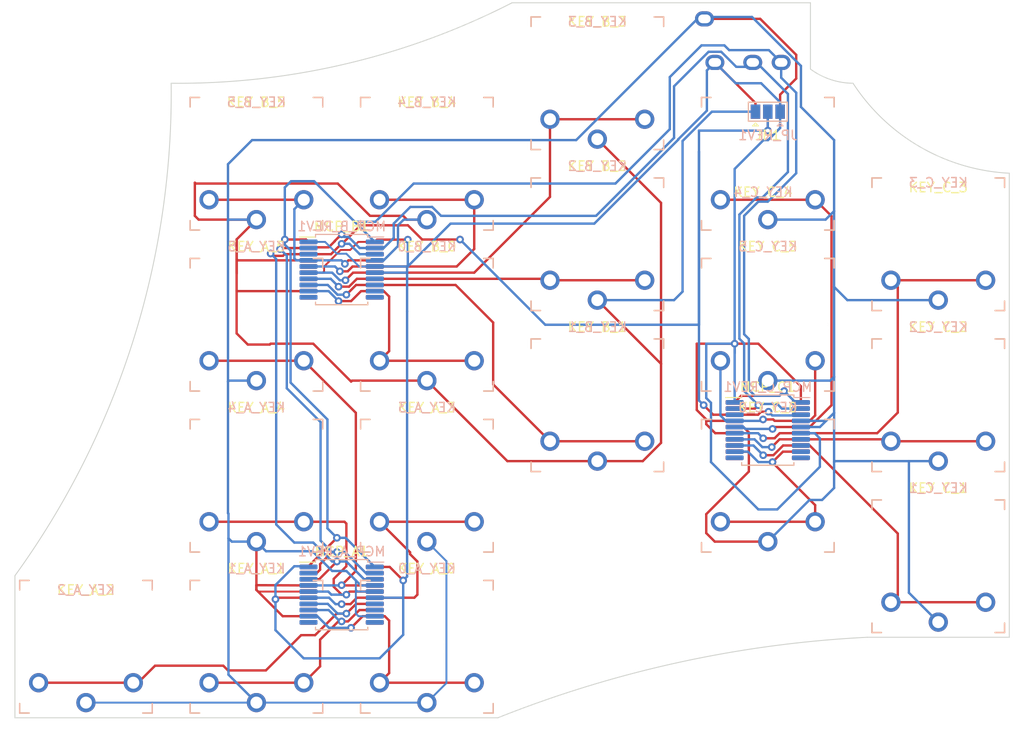
<source format=kicad_pcb>
(kicad_pcb (version 20211014) (generator pcbnew)
  (layers (0 "F.Cu" signal) (31 "B.Cu" signal) (34 "B.Paste" user) (35 "F.Paste" user) (36 "B.SilkS" user "B.Silkscreen") (37 "F.SilkS" user "F.Silkscreen") (38 "B.Mask" user) (39 "F.Mask" user) (44 "Edge.Cuts" user))
  (net 0 "")
  (net 1 "Net-(KEY_A_0-Pad2)")
  (net 2 "Earth")
  (net 3 "Net-(KEY_A_1-Pad2)")
  (net 4 "Net-(KEY_A_2-Pad2)")
  (net 5 "Net-(KEY_A_3-Pad2)")
  (net 6 "Net-(KEY_A_4-Pad2)")
  (net 7 "Net-(KEY_A_5-Pad2)")
  (net 8 "Net-(KEY_B_0-Pad2)")
  (net 9 "Net-(KEY_B_1-Pad2)")
  (net 10 "Net-(KEY_B_2-Pad2)")
  (net 11 "Net-(KEY_B_3-Pad2)")
  (net 12 "Net-(KEY_B_4-Pad2)")
  (net 13 "Net-(KEY_B_5-Pad2)")
  (net 14 "Net-(KEY_C_0-Pad2)")
  (net 15 "Net-(KEY_C_1-Pad2)")
  (net 16 "Net-(KEY_C_2-Pad2)")
  (net 17 "Net-(KEY_C_3-Pad2)")
  (net 18 "Net-(KEY_C_4-Pad2)")
  (net 19 "Net-(KEY_C_5-Pad2)")
  (net 20 "SCL")
  (net 21 "SDA")
  (net 22 "SEL")
  (net 23 "+3V3")
  (footprint "kailh:SW_PG1350_reversible" (layer "F.Cu") (at 77 78.5)
    (fp_text reference "KEY_B_4")
    (fp_text value "Kailh_1u")
  )
  (footprint "kailh:SW_PG1350_reversible" (layer "F.Cu") (at 95 87)
    (fp_text reference "KEY_B_2")
    (fp_text value "Kailh_1u")
  )
  (footprint "kailh:SW_PG1350_reversible" (layer "F.Cu") (at 131 121)
    (fp_text reference "KEY_C_1")
    (fp_text value "Kailh_1u")
  )
  (footprint "kailh:SW_PG1350_reversible" (layer "F.Cu") (at 77 129.5)
    (fp_text reference "KEY_A_0")
    (fp_text value "Kailh_1u")
  )
  (footprint "Jumper:SolderJumper-3_P1.3mm_Open_Pad1.0x1.5mm" (layer "F.Cu") (at 113 73)
    (fp_text reference "JP1")
    (fp_text value "Jumper_3_Open")
  )
  (footprint "kailh:SW_PG1350_reversible" (layer "F.Cu") (at 131 87)
    (fp_text reference "KEY_C_3")
    (fp_text value "Kailh_1u")
  )
  (footprint "kailh:SW_PG1350_reversible" (layer "F.Cu") (at 113 112.5)
    (fp_text reference "KEY_C_0")
    (fp_text value "Kailh_1u")
  )
  (footprint "Package_SO:SSOP-20_5.3x7.2mm_P0.65mm" (layer "F.Cu") (at 112.990417 106.623017)
    (fp_text reference "MCP_C1")
    (fp_text value "MCP23008-xSS")
  )
  (footprint "kailh:SW_PG1350_reversible" (layer "F.Cu") (at 131 104)
    (fp_text reference "KEY_C_2")
    (fp_text value "Kailh_1u")
  )
  (footprint "kailh:SW_PG1350_reversible" (layer "F.Cu") (at 59 95.5)
    (fp_text reference "KEY_A_5")
    (fp_text value "Kailh_1u")
  )
  (footprint "kailh:SW_PG1350_reversible" (layer "F.Cu") (at 95 104)
    (fp_text reference "KEY_B_1")
    (fp_text value "Kailh_1u")
  )
  (footprint "kailh:SW_PG1350_reversible" (layer "F.Cu") (at 113 95.5)
    (fp_text reference "KEY_C_5")
    (fp_text value "Kailh_1u")
  )
  (footprint "PJ-320A:TRRS-PJ-320A-no-Fmask" (layer "F.Cu") (at 117.6125 65.5 -90)
    (fp_text reference "JACK1")
    (fp_text value "AudioJack4")
  )
  (footprint "kailh:SW_PG1350_reversible" (layer "F.Cu") (at 77 95.5)
    (fp_text reference "KEY_B_0")
    (fp_text value "Kailh_1u")
  )
  (footprint "Package_SO:SSOP-20_5.3x7.2mm_P0.65mm" (layer "F.Cu") (at 68 124)
    (fp_text reference "MCP_A1")
    (fp_text value "MCP23008-xSS")
  )
  (footprint "kailh:SW_PG1350_reversible" (layer "F.Cu") (at 77 112.5)
    (fp_text reference "KEY_A_3")
    (fp_text value "Kailh_1u")
  )
  (footprint "kailh:SW_PG1350_reversible" (layer "F.Cu") (at 59 129.5)
    (fp_text reference "KEY_A_1")
    (fp_text value "Kailh_1u")
  )
  (footprint "kailh:SW_PG1350_reversible" (layer "F.Cu") (at 41 129.5)
    (fp_text reference "KEY_A_2")
    (fp_text value "Kailh_1u")
  )
  (footprint "Package_SO:SSOP-20_5.3x7.2mm_P0.65mm" (layer "F.Cu") (at 68 89.675)
    (fp_text reference "MCP_B1")
    (fp_text value "MCP23008-xSS")
  )
  (footprint "kailh:SW_PG1350_reversible" (layer "F.Cu") (at 59 78.5)
    (fp_text reference "KEY_B_5")
    (fp_text value "Kailh_1u")
  )
  (footprint "kailh:SW_PG1350_reversible" (layer "F.Cu") (at 95 70)
    (fp_text reference "KEY_B_3")
    (fp_text value "Kailh_1u")
  )
  (footprint "kailh:SW_PG1350_reversible" (layer "F.Cu") (at 113 78.5)
    (fp_text reference "KEY_C_4")
    (fp_text value "Kailh_1u")
  )
  (footprint "kailh:SW_PG1350_reversible" (layer "F.Cu") (at 59 112.5)
    (fp_text reference "KEY_A_4")
    (fp_text value "Kailh_1u")
  )
  (footprint "Package_SO:SSOP-20_5.3x7.2mm_P0.65mm" (layer "B.Cu") (at 113 106.625 180)
    (fp_text reference "MCP_C_REV1")
    (fp_text value "MCP23008-xSS")
  )
  (footprint "Package_SO:SSOP-20_5.3x7.2mm_P0.65mm" (layer "B.Cu") (at 68 124 180)
    (fp_text reference "MCP_A_REV1")
    (fp_text value "MCP23008-xSS")
  )
  (footprint "Jumper:SolderJumper-3_P1.3mm_Open_Pad1.0x1.5mm" (layer "B.Cu") (at 113 73 180)
    (fp_text reference "JP_REV1")
    (fp_text value "Jumper_3_Open")
  )
  (footprint "Package_SO:SSOP-20_5.3x7.2mm_P0.65mm" (layer "B.Cu") (at 68.001818 89.673515 180)
    (fp_text reference "MCP_B_REV1")
    (fp_text value "MCP23008-xSS")
  )
  (gr_arc (start 122 70) (mid 119.631372 69.605883) (end 117.5 68.5) (layer "Edge.Cuts") (width 0.1))
  (gr_line (start 33.5 137) (end 84.5 137) (layer "Edge.Cuts") (width 0.1))
  (gr_line (start 33.5 122) (end 33.5 137) (layer "Edge.Cuts") (width 0.1))
  (gr_arc (start 86 61.5) (mid 68.516196 67.936235) (end 50 70) (layer "Edge.Cuts") (width 0.1))
  (gr_arc (start 138.5 79.5) (mid 129.10765 76.734081) (end 122 70) (layer "Edge.Cuts") (width 0.1))
  (gr_line (start 123.5 128.5) (end 138.5 128.5) (layer "Edge.Cuts") (width 0.1))
  (gr_arc (start 84.5 137) (mid 103.649654 131.14253) (end 123.5 128.5) (layer "Edge.Cuts") (width 0.1))
  (gr_line (start 86 61.5) (end 117.5 61.5) (layer "Edge.Cuts") (width 0.1))
  (gr_line (start 138.5 79.5) (end 138.5 128.5) (layer "Edge.Cuts") (width 0.1))
  (gr_arc (start 50 70) (mid 45.93655 97.328425) (end 33.5 122) (layer "Edge.Cuts") (width 0.1))
  (gr_line (start 117.5 61.5) (end 117.5 68.5) (layer "Edge.Cuts") (width 0.1))
  (segment (start 68.995142 127.5) (end 69 127.5) (width 0.25) (layer "F.Cu") (net 1))
  (segment (start 69 127.5) (end 70.225 126.275) (width 0.25) (layer "F.Cu") (net 1))
  (segment (start 73.015999 126.739718) (end 73.015999 132.284001) (width 0.25) (layer "F.Cu") (net 1))
  (segment (start 72 133.3) (end 82 133.3) (width 0.25) (layer "F.Cu") (net 1))
  (segment (start 73.015999 132.284001) (end 72 133.3) (width 0.25) (layer "F.Cu") (net 1))
  (segment (start 70.225 126.275) (end 71.5 126.275) (width 0.25) (layer "F.Cu") (net 1))
  (segment (start 71.5 126.275) (end 72.551281 126.275) (width 0.25) (layer "F.Cu") (net 1))
  (segment (start 72.551281 126.275) (end 73.015999 126.739718) (width 0.25) (layer "F.Cu") (net 1))
  (via (at 68.995142 127.5) (size 0.8) (drill 0.4) (layers "F.Cu" "B.Cu") (net 1))
  (segment (start 65.435717 126.275) (end 64.5 126.275) (width 0.25) (layer "B.Cu") (net 1))
  (segment (start 68.995142 127.5) (end 66.660717 127.5) (width 0.25) (layer "B.Cu") (net 1))
  (segment (start 66.660717 127.5) (end 65.435717 126.275) (width 0.25) (layer "B.Cu") (net 1))
  (segment (start 110.898017 108.898017) (end 111 109) (width 0.25) (layer "F.Cu") (net 2))
  (segment (start 69 101.5) (end 69.1 101.4) (width 0.25) (layer "F.Cu") (net 2))
  (segment (start 116 69.5) (end 116 67) (width 0.25) (layer "F.Cu") (net 2))
  (segment (start 114.3 73) (end 114.3 71.2) (width 0.25) (layer "F.Cu") (net 2))
  (segment (start 106.5 115.5) (end 106.5 117.5) (width 0.25) (layer "F.Cu") (net 2))
  (segment (start 59 123.5) (end 59 123) (width 0.25) (layer "F.Cu") (net 2))
  (segment (start 69.1 101.4) (end 77 101.4) (width 0.25) (layer "F.Cu") (net 2))
  (segment (start 116 67) (end 112.2 63.2) (width 0.25) (layer "F.Cu") (net 2))
  (segment (start 71 84) (end 74.5 84) (width 0.25) (layer "F.Cu") (net 2))
  (segment (start 60.410979 97.589021) (end 60.5 97.5) (width 0.25) (layer "F.Cu") (net 2))
  (segment (start 64.5 88.7) (end 57.021958 88.7) (width 0.25) (layer "F.Cu") (net 2))
  (segment (start 56.95 91.95) (end 56.910979 91.910979) (width 0.25) (layer "F.Cu") (net 2))
  (segment (start 109.490417 106.298017) (end 110.426134 106.298017) (width 0.25) (layer "F.Cu") (net 2))
  (segment (start 107.4 118.4) (end 113 118.4) (width 0.25) (layer "F.Cu") (net 2))
  (segment (start 52.5 84) (end 52.5 80.5) (width 0.25) (layer "F.Cu") (net 2))
  (segment (start 99.79577 109.9) (end 101.725421 107.970349) (width 0.25) (layer "F.Cu") (net 2))
  (segment (start 77 101.4) (end 85.5 109.9) (width 0.25) (layer "F.Cu") (net 2))
  (segment (start 59 123) (end 64.5 123.025) (width 0.25) (layer "F.Cu") (net 2))
  (segment (start 111 109) (end 111 111) (width 0.25) (layer "F.Cu") (net 2))
  (segment (start 114.3 71.2) (end 116 69.5) (width 0.25) (layer "F.Cu") (net 2))
  (segment (start 65 97.5) (end 69 101.5) (width 0.25) (layer "F.Cu") (net 2))
  (segment (start 52.589021 80.589021) (end 67.589021 80.589021) (width 0.25) (layer "F.Cu") (net 2))
  (segment (start 74.9 84.4) (end 77 84.4) (width 0.25) (layer "F.Cu") (net 2))
  (segment (start 52.5 80.5) (end 52.589021 80.589021) (width 0.25) (layer "F.Cu") (net 2))
  (segment (start 110.426134 106.298017) (end 111 106.871883) (width 0.25) (layer "F.Cu") (net 2))
  (segment (start 106.5 117.5) (end 107.4 118.4) (width 0.25) (layer "F.Cu") (net 2))
  (segment (start 111 106.871883) (end 111 108.5) (width 0.25) (layer "F.Cu") (net 2))
  (segment (start 57.021958 88.7) (end 56.910979 88.589021) (width 0.25) (layer "F.Cu") (net 2))
  (segment (start 56.910979 86.489021) (end 56.910979 90.089021) (width 0.25) (layer "F.Cu") (net 2))
  (segment (start 61.775 126.275) (end 64.5 126.275) (width 0.25) (layer "F.Cu") (net 2))
  (segment (start 64.5 123.675) (end 59.175 123.675) (width 0.2) (layer "F.Cu") (net 2))
  (segment (start 56.910979 96.410979) (end 58.089021 97.589021) (width 0.25) (layer "F.Cu") (net 2))
  (segment (start 101.725421 99.625421) (end 95 92.9) (width 0.25) (layer "F.Cu") (net 2))
  (segment (start 74.5 84) (end 74.9 84.4) (width 0.25) (layer "F.Cu") (net 2))
  (segment (start 109.490417 108.898017) (end 110.898017 108.898017) (width 0.25) (layer "F.Cu") (net 2))
  (segment (start 59 123.5) (end 59 118.4) (width 0.25) (layer "F.Cu") (net 2))
  (segment (start 112.2 63.2) (end 106.3125 63.2) (width 0.25) (layer "F.Cu") (net 2))
  (segment (start 56.910979 86.489021) (end 56.910979 88.589021) (width 0.25) (layer "F.Cu") (net 2))
  (segment (start 85.5 109.9) (end 95 109.9) (width 0.25) (layer "F.Cu") (net 2))
  (segment (start 67.589021 80.589021) (end 71 84) (width 0.25) (layer "F.Cu") (net 2))
  (segment (start 101.725421 99.625421) (end 101.725421 82.625421) (width 0.25) (layer "F.Cu") (net 2))
  (segment (start 52.9 84.4) (end 52.5 84) (width 0.25) (layer "F.Cu") (net 2))
  (segment (start 64.5 91.95) (end 56.95 91.95) (width 0.25) (layer "F.Cu") (net 2))
  (segment (start 101.725421 82.625421) (end 95 75.9) (width 0.25) (layer "F.Cu") (net 2))
  (segment (start 58.089021 97.589021) (end 60.410979 97.589021) (width 0.25) (layer "F.Cu") (net 2))
  (segment (start 101.725421 107.970349) (end 101.725421 99.625421) (width 0.25) (layer "F.Cu") (net 2))
  (segment (start 60.5 97.5) (end 65 97.5) (width 0.25) (layer "F.Cu") (net 2))
  (segment (start 111 108.324151) (end 111 109) (width 0.25) (layer "F.Cu") (net 2))
  (segment (start 56.910979 88.589021) (end 56.910979 91.910979) (width 0.25) (layer "F.Cu") (net 2))
  (segment (start 56.910979 91.910979) (end 56.910979 96.410979) (width 0.25) (layer "F.Cu") (net 2))
  (segment (start 59 84.4) (end 52.9 84.4) (width 0.25) (layer "F.Cu") (net 2))
  (segment (start 59 84.4) (end 56.910979 86.489021) (width 0.25) (layer "F.Cu") (net 2))
  (segment (start 59 123.5) (end 61.775 126.275) (width 0.25) (layer "F.Cu") (net 2))
  (segment (start 95 109.9) (end 99.79577 109.9) (width 0.25) (layer "F.Cu") (net 2))
  (segment (start 111 111) (end 106.5 115.5) (width 0.25) (layer "F.Cu") (net 2))
  (segment (start 59.175 123.675) (end 59 123.5) (width 0.2) (layer "F.Cu") (net 2))
  (segment (start 119.15 105.65) (end 116.5 105.65) (width 0.25) (layer "B.Cu") (net 2))
  (segment (start 131 126.9) (end 127.9 123.8) (width 0.25) (layer "B.Cu") (net 2))
  (segment (start 59 84.4) (end 56.1 84.4) (width 0.25) (layer "B.Cu") (net 2))
  (segment (start 119.6 101.4) (end 113 101.4) (width 0.25) (layer "B.Cu") (net 2))
  (segment (start 56.05 115.45) (end 56.05 118.05) (width 0.25) (layer "B.Cu") (net 2))
  (segment (start 104 76.097291) (end 104 92) (width 0.25) (layer "B.Cu") (net 2))
  (segment (start 60.015999 119.415999) (end 64.915999 119.415999) (width 0.25) (layer "B.Cu") (net 2))
  (segment (start 119.1 84.4) (end 113 84.4) (width 0.25) (layer "B.Cu") (net 2))
  (segment (start 117.4 114) (end 113 118.4) (width 0.25) (layer "B.Cu") (net 2))
  (segment (start 59 118.4) (end 60.015999 119.415999) (width 0.25) (layer "B.Cu") (net 2))
  (segment (start 127.9 123.8) (end 127.9 109.9) (width 0.25) (layer "B.Cu") (net 2))
  (segment (start 104 92) (end 103.1 92.9) (width 0.25) (layer "B.Cu") (net 2))
  (segment (start 69.5 126) (end 69.5 123.5) (width 0.2) (layer "B.Cu") (net 2))
  (segment (start 56 101.5) (end 56 84.5) (width 0.25) (layer "B.Cu") (net 2))
  (segment (start 59 135.4) (end 77 135.4) (width 0.2) (layer "B.Cu") (net 2))
  (segment (start 74.55 84.4) (end 77 84.4) (width 0.25) (layer "B.Cu") (net 2))
  (segment (start 120 83.5) (end 120 91.5) (width 0.25) (layer "B.Cu") (net 2))
  (segment (start 56.05 118.05) (end 56.05 132.45) (width 0.25) (layer "B.Cu") (net 2))
  (segment (start 92.766992 76) (end 105.566992 63.2) (width 0.25) (layer "B.Cu") (net 2))
  (segment (start 120 76) (end 120 83.5) (width 0.25) (layer "B.Cu") (net 2))
  (segment (start 64.915999 119.415999) (end 67 121.5) (width 0.25) (layer "B.Cu") (net 2))
  (segment (start 56.1 101.4) (end 56 101.5) (width 0.25) (layer "B.Cu") (net 2))
  (segment (start 73.94952 85.00048) (end 74.55 84.4) (width 0.25) (layer "B.Cu") (net 2))
  (segment (start 127.9 109.9) (end 130.5 109.9) (width 0.25) (layer "B.Cu") (net 2))
  (segment (start 71.501818 88.698515) (end 72.437535 88.698515) (width 0.25) (layer "B.Cu") (net 2))
  (segment (start 120 110) (end 120.1 109.9) (width 0.25) (layer "B.Cu") (net 2))
  (segment (start 67 121.5) (end 68.5 121.5) (width 0.25) (layer "B.Cu") (net 2))
  (segment (start 56 115.4) (end 56.05 115.45) (width 0.25) (layer "B.Cu") (net 2))
  (segment (start 103.1 92.9) (end 95 92.9) (width 0.25) (layer "B.Cu") (net 2))
  (segment (start 106.3125 63.2) (end 106.5125 63) (width 0.25) (layer "B.Cu") (net 2))
  (segment (start 56 84.5) (end 56 78.545677) (width 0.25) (layer "B.Cu") (net 2))
  (segment (start 56.05 132.45) (end 59 135.4) (width 0.25) (layer "B.Cu") (net 2))
  (segment (start 77 135.4) (end 79.064021 133.335979) (width 0.2) (layer "B.Cu") (net 2))
  (segment (start 120 83.5) (end 119.1 84.4) (width 0.25) (layer "B.Cu") (net 2))
  (segment (start 73.94952 87.18653) (end 73.94952 85.00048) (width 0.25) (layer "B.Cu") (net 2))
  (segment (start 69.5 123.5) (end 69.5 122.5) (width 0.2) (layer "B.Cu") (net 2))
  (segment (start 79.064021 120.464021) (end 77 118.4) (width 0.2) (layer "B.Cu") (net 2))
  (segment (start 72.437535 88.698515) (end 73.94952 87.18653) (width 0.25) (layer "B.Cu") (net 2))
  (segment (start 56.1 84.4) (end 56 84.5) (width 0.25) (layer "B.Cu") (net 2))
  (segment (start 59 101.4) (end 56.1 101.4) (width 0.25) (layer "B.Cu") (net 2))
  (segment (start 69.775 126.275) (end 69.5 126) (width 0.2) (layer "B.Cu") (net 2))
  (segment (start 118.733008 114) (end 117.4 114) (width 0.25) (layer "B.Cu") (net 2))
  (segment (start 118.5 106.3) (end 119.15 105.65) (width 0.25) (layer "B.Cu") (net 2))
  (segment (start 41 135.4) (end 59 135.4) (width 0.2) (layer "B.Cu") (net 2))
  (segment (start 105.566992 63.2) (end 106.3125 63.2) (width 0.25) (layer "B.Cu") (net 2))
  (segment (start 106.5125 63) (end 111.3321 63) (width 0.25) (layer "B.Cu") (net 2))
  (segment (start 56.4 118.4) (end 56.05 118.05) (width 0.25) (layer "B.Cu") (net 2))
  (segment (start 121.4 92.9) (end 131 92.9) (width 0.25) (layer "B.Cu") (net 2))
  (segment (start 58.545677 76) (end 92.766992 76) (width 0.25) (layer "B.Cu") (net 2))
  (segment (start 71.5 126.275) (end 69.775 126.275) (width 0.2) (layer "B.Cu") (net 2))
  (segment (start 79.064021 133.335979) (end 79.064021 120.464021) (width 0.2) (layer "B.Cu") (net 2))
  (segment (start 111.7 73) (end 107.097291 73) (width 0.25) (layer "B.Cu") (net 2))
  (segment (start 70.025 123.025) (end 71.5 123.025) (width 0.25) (layer "B.Cu") (net 2))
  (segment (start 116.5 106.3) (end 118.5 106.3) (width 0.25) (layer "B.Cu") (net 2))
  (segment (start 116.5 72.5) (end 120 76) (width 0.25) (layer "B.Cu") (net 2))
  (segment (start 120 110) (end 120 112.733008) (width 0.25) (layer "B.Cu") (net 2))
  (segment (start 116.5 68.1679) (end 116.5 72.5) (width 0.25) (layer "B.Cu") (net 2))
  (segment (start 71.5 123.675) (end 69.675 123.675) (width 0.2) (layer "B.Cu") (net 2))
  (segment (start 120 101) (end 120 104.8) (width 0.25) (layer "B.Cu") (net 2))
  (segment (start 56 78.545677) (end 58.545677 76) (width 0.25) (layer "B.Cu") (net 2))
  (segment (start 69.675 123.675) (end 69.5 123.5) (width 0.2) (layer "B.Cu") (net 2))
  (segment (start 120 104.8) (end 119.15 105.65) (width 0.25) (layer "B.Cu") (net 2))
  (segment (start 107.097291 73) (end 104 76.097291) (width 0.25) (layer "B.Cu") (net 2))
  (segment (start 68.5 121.5) (end 69.5 122.5) (width 0.25) (layer "B.Cu") (net 2))
  (segment (start 69.5 122.5) (end 70.025 123.025) (width 0.25) (layer "B.Cu") (net 2))
  (segment (start 120 104.8) (end 120 110) (width 0.25) (layer "B.Cu") (net 2))
  (segment (start 120 91.5) (end 121.4 92.9) (width 0.25) (layer "B.Cu") (net 2))
  (segment (start 111.3321 63) (end 116.5 68.1679) (width 0.25) (layer "B.Cu") (net 2))
  (segment (start 120 101) (end 119.6 101.4) (width 0.25) (layer "B.Cu") (net 2))
  (segment (start 59 118.4) (end 56.4 118.4) (width 0.25) (layer "B.Cu") (net 2))
  (segment (start 120 91.5) (end 120 101) (width 0.25) (layer "B.Cu") (net 2))
  (segment (start 56 101.5) (end 56 115.4) (width 0.25) (layer "B.Cu") (net 2))
  (segment (start 120 112.733008) (end 118.733008 114) (width 0.25) (layer "B.Cu") (net 2))
  (segment (start 120.1 109.9) (end 127.9 109.9) (width 0.25) (layer "B.Cu") (net 2))
  (segment (start 69.875 125.625) (end 71.5 125.625) (width 0.25) (layer "F.Cu") (net 3))
  (segment (start 65.725421 131.574579) (end 64 133.3) (width 0.25) (layer "F.Cu") (net 3))
  (segment (start 67.649886 126.8255) (end 65.725421 128.749965) (width 0.25) (layer "F.Cu") (net 3))
  (segment (start 65.725421 128.749965) (end 65.725421 131.574579) (width 0.25) (layer "F.Cu") (net 3))
  (segment (start 68 126.8255) (end 67.649886 126.8255) (width 0.25) (layer "F.Cu") (net 3))
  (segment (start 68.6745 126.8255) (end 69.875 125.625) (width 0.25) (layer "F.Cu") (net 3))
  (segment (start 68 126.8255) (end 68.6745 126.8255) (width 0.25) (layer "F.Cu") (net 3))
  (segment (start 54 133.3) (end 64 133.3) (width 0.25) (layer "F.Cu") (net 3))
  (via (at 68 126.8255) (size 0.8) (drill 0.4) (layers "F.Cu" "B.Cu") (net 3))
  (segment (start 66.625 125.625) (end 64.5 125.625) (width 0.25) (layer "B.Cu") (net 3))
  (segment (start 67.8255 126.8255) (end 66.625 125.625) (width 0.25) (layer "B.Cu") (net 3))
  (segment (start 68 126.8255) (end 67.8255 126.8255) (width 0.25) (layer "B.Cu") (net 3))
  (segment (start 63.725421 128.274579) (end 60 132) (width 0.25) (layer "F.Cu") (net 4))
  (segment (start 68.5 126) (end 69.525 124.975) (width 0.25) (layer "F.Cu") (net 4))
  (segment (start 56 132) (end 55.5 131.5) (width 0.25) (layer "F.Cu") (net 4))
  (segment (start 55.5 131.5) (end 48.3 131.5) (width 0.25) (layer "F.Cu") (net 4))
  (segment (start 65.200807 128.274579) (end 63.725421 128.274579) (width 0.25) (layer "F.Cu") (net 4))
  (segment (start 60 132) (end 56 132) (width 0.25) (layer "F.Cu") (net 4))
  (segment (start 68.5 126) (end 67.475386 126) (width 0.25) (layer "F.Cu") (net 4))
  (segment (start 46.5 133.3) (end 36.5 133.3) (width 0.25) (layer "F.Cu") (net 4))
  (segment (start 69.525 124.975) (end 71.5 124.975) (width 0.25) (layer "F.Cu") (net 4))
  (segment (start 67.475386 126) (end 65.200807 128.274579) (width 0.25) (layer "F.Cu") (net 4))
  (segment (start 48.3 131.5) (end 46.5 133.3) (width 0.25) (layer "F.Cu") (net 4))
  (via (at 68.5 126) (size 0.8) (drill 0.4) (layers "F.Cu" "B.Cu") (net 4))
  (segment (start 68.5 126) (end 67.565006 126) (width 0.25) (layer "B.Cu") (net 4))
  (segment (start 67.565006 126) (end 66.540006 124.975) (width 0.25) (layer "B.Cu") (net 4))
  (segment (start 66.540006 124.975) (end 64.5 124.975) (width 0.25) (layer "B.Cu") (net 4))
  (segment (start 76 124) (end 75.675 124.325) (width 0.25) (layer "F.Cu") (net 5))
  (segment (start 72 116.3) (end 75.224511 119.524511) (width 0.25) (layer "F.Cu") (net 5))
  (segment (start 72 116.3) (end 82 116.3) (width 0.25) (layer "F.Cu") (net 5))
  (segment (start 76 120.5) (end 76 124) (width 0.25) (layer "F.Cu") (net 5))
  (segment (start 75.224511 119.524511) (end 75.224511 119.724511) (width 0.25) (layer "F.Cu") (net 5))
  (segment (start 68.934994 125) (end 69.609994 124.325) (width 0.25) (layer "F.Cu") (net 5))
  (segment (start 75.675 124.325) (end 71.5 124.325) (width 0.25) (layer "F.Cu") (net 5))
  (segment (start 75.224511 119.724511) (end 76 120.5) (width 0.25) (layer "F.Cu") (net 5))
  (segment (start 68 125) (end 68.934994 125) (width 0.25) (layer "F.Cu") (net 5))
  (segment (start 69.609994 124.325) (end 71.5 124.325) (width 0.25) (layer "F.Cu") (net 5))
  (via (at 68 125) (size 0.8) (drill 0.4) (layers "F.Cu" "B.Cu") (net 5))
  (segment (start 67.35 125) (end 66.675 124.325) (width 0.25) (layer "B.Cu") (net 5))
  (segment (start 68 125) (end 67.35 125) (width 0.25) (layer "B.Cu") (net 5))
  (segment (start 66.675 124.325) (end 64.5 124.325) (width 0.25) (layer "B.Cu") (net 5))
  (segment (start 68.825 123.675) (end 71.5 123.675) (width 0.25) (layer "F.Cu") (net 6))
  (segment (start 68.5 116.5) (end 68.3 116.3) (width 0.25) (layer "F.Cu") (net 6))
  (segment (start 67.164244 122.335756) (end 68.5 121) (width 0.25) (layer "F.Cu") (net 6))
  (segment (start 68.5 124) (end 68 124) (width 0.25) (layer "F.Cu") (net 6))
  (segment (start 68.3 116.3) (end 64 116.3) (width 0.25) (layer "F.Cu") (net 6))
  (segment (start 68.5 124) (end 68.825 123.675) (width 0.25) (layer "F.Cu") (net 6))
  (segment (start 68 124) (end 67.164244 123.164244) (width 0.25) (layer "F.Cu") (net 6))
  (segment (start 68.5 121) (end 68.5 116.5) (width 0.25) (layer "F.Cu") (net 6))
  (segment (start 67.164244 123.164244) (end 67.164244 122.335756) (width 0.25) (layer "F.Cu") (net 6))
  (segment (start 54 116.3) (end 64 116.3) (width 0.25) (layer "F.Cu") (net 6))
  (via (at 68.5 124) (size 0.8) (drill 0.4) (layers "F.Cu" "B.Cu") (net 6))
  (segment (start 66.915006 124) (end 66.590006 123.675) (width 0.25) (layer "B.Cu") (net 6))
  (segment (start 66.590006 123.675) (end 64.5 123.675) (width 0.25) (layer "B.Cu") (net 6))
  (segment (start 68.5 124) (end 66.915006 124) (width 0.25) (layer "B.Cu") (net 6))
  (segment (start 69.5 121.5) (end 69.5 104.8) (width 0.25) (layer "F.Cu") (net 7))
  (segment (start 69.5 104.8) (end 64 99.3) (width 0.25) (layer "F.Cu") (net 7))
  (segment (start 68 123) (end 68.025 123.025) (width 0.25) (layer "F.Cu") (net 7))
  (segment (start 68.025 123.025) (end 71.5 123.025) (width 0.25) (layer "F.Cu") (net 7))
  (segment (start 68 123) (end 69.5 121.5) (width 0.25) (layer "F.Cu") (net 7))
  (segment (start 54 99.3) (end 64 99.3) (width 0.25) (layer "F.Cu") (net 7))
  (via (at 68 123) (size 0.8) (drill 0.4) (layers "F.Cu" "B.Cu") (net 7))
  (segment (start 67.975 123.025) (end 64.5 123.025) (width 0.25) (layer "B.Cu") (net 7))
  (segment (start 68 123) (end 67.975 123.025) (width 0.25) (layer "B.Cu") (net 7))
  (segment (start 67.6745 93) (end 69 93) (width 0.25) (layer "F.Cu") (net 8))
  (segment (start 70.05 91.95) (end 71.5 91.95) (width 0.25) (layer "F.Cu") (net 8))
  (segment (start 72 99.3) (end 82 99.3) (width 0.25) (layer "F.Cu") (net 8))
  (segment (start 73.015999 92.515999) (end 72.45 91.95) (width 0.25) (layer "F.Cu") (net 8))
  (segment (start 72.45 91.95) (end 71.5 91.95) (width 0.25) (layer "F.Cu") (net 8))
  (segment (start 73.015999 98.284001) (end 73.015999 92.515999) (width 0.25) (layer "F.Cu") (net 8))
  (segment (start 69 93) (end 70.05 91.95) (width 0.25) (layer "F.Cu") (net 8))
  (segment (start 72 99.3) (end 73.015999 98.284001) (width 0.25) (layer "F.Cu") (net 8))
  (via (at 67.6745 93) (size 0.8) (drill 0.4) (layers "F.Cu" "B.Cu") (net 8))
  (segment (start 67.6745 93) (end 66.623015 91.948515) (width 0.25) (layer "B.Cu") (net 8))
  (segment (start 66.623015 91.948515) (end 64.501818 91.948515) (width 0.25) (layer "B.Cu") (net 8))
  (segment (start 90 107.8) (end 100 107.8) (width 0.25) (layer "F.Cu") (net 9))
  (segment (start 68.5 92.3255) (end 69.5255 91.3) (width 0.25) (layer "F.Cu") (net 9))
  (segment (start 80.033008 91.3) (end 71.5 91.3) (width 0.25) (layer "F.Cu") (net 9))
  (segment (start 90 107.8) (end 84 101.8) (width 0.25) (layer "F.Cu") (net 9))
  (segment (start 84 95.266992) (end 80.033008 91.3) (width 0.25) (layer "F.Cu") (net 9))
  (segment (start 69.5255 91.3) (end 71.5 91.3) (width 0.25) (layer "F.Cu") (net 9))
  (segment (start 84 101.8) (end 84 95.266992) (width 0.25) (layer "F.Cu") (net 9))
  (via (at 68.5 92.3255) (size 0.8) (drill 0.4) (layers "F.Cu" "B.Cu") (net 9))
  (segment (start 68.5 92.3255) (end 67.565006 92.3255) (width 0.25) (layer "B.Cu") (net 9))
  (segment (start 66.538021 91.298515) (end 64.501818 91.298515) (width 0.25) (layer "B.Cu") (net 9))
  (segment (start 67.565006 92.3255) (end 66.538021 91.298515) (width 0.25) (layer "B.Cu") (net 9))
  (segment (start 67.6745 91.478273) (end 68.782221 91.478273) (width 0.25) (layer "F.Cu") (net 10))
  (segment (start 90 90.8) (end 100 90.8) (width 0.25) (layer "F.Cu") (net 10))
  (segment (start 90 90.8) (end 89.85 90.65) (width 0.25) (layer "F.Cu") (net 10))
  (segment (start 69.610494 90.65) (end 71.5 90.65) (width 0.25) (layer "F.Cu") (net 10))
  (segment (start 89.85 90.65) (end 71.5 90.65) (width 0.25) (layer "F.Cu") (net 10))
  (segment (start 68.782221 91.478273) (end 69.610494 90.65) (width 0.25) (layer "F.Cu") (net 10))
  (via (at 67.6745 91.478273) (size 0.8) (drill 0.4) (layers "F.Cu" "B.Cu") (net 10))
  (segment (start 66.844742 90.648515) (end 64.501818 90.648515) (width 0.25) (layer "B.Cu") (net 10))
  (segment (start 67.6745 91.478273) (end 66.844742 90.648515) (width 0.25) (layer "B.Cu") (net 10))
  (segment (start 90 82) (end 82 90) (width 0.25) (layer "F.Cu") (net 11))
  (segment (start 90 73.8) (end 90 82) (width 0.25) (layer "F.Cu") (net 11))
  (segment (start 90 73.8) (end 100 73.8) (width 0.25) (layer "F.Cu") (net 11))
  (segment (start 69.207076 90) (end 71.5 90) (width 0.25) (layer "F.Cu") (net 11))
  (segment (start 82 90) (end 71.5 90) (width 0.25) (layer "F.Cu") (net 11))
  (segment (start 68.403303 90.803773) (end 69.207076 90) (width 0.25) (layer "F.Cu") (net 11))
  (via (at 68.403303 90.803773) (size 0.8) (drill 0.4) (layers "F.Cu" "B.Cu") (net 11))
  (segment (start 68.403303 90.803773) (end 67.803773 90.803773) (width 0.25) (layer "B.Cu") (net 11))
  (segment (start 67.803773 90.803773) (end 66.998515 89.998515) (width 0.25) (layer "B.Cu") (net 11))
  (segment (start 66.998515 89.998515) (end 64.501818 89.998515) (width 0.25) (layer "B.Cu") (net 11))
  (segment (start 69.15 89.35) (end 71.5 89.35) (width 0.25) (layer "F.Cu") (net 12))
  (segment (start 82 82.3) (end 82 87.5) (width 0.25) (layer "F.Cu") (net 12))
  (segment (start 80.15 89.35) (end 71.5 89.35) (width 0.25) (layer "F.Cu") (net 12))
  (segment (start 72 82.3) (end 82 82.3) (width 0.25) (layer "F.Cu") (net 12))
  (segment (start 67.813707 89.859819) (end 68.640181 89.859819) (width 0.25) (layer "F.Cu") (net 12))
  (segment (start 68.640181 89.859819) (end 69.15 89.35) (width 0.25) (layer "F.Cu") (net 12))
  (segment (start 82 87.5) (end 80.15 89.35) (width 0.25) (layer "F.Cu") (net 12))
  (via (at 67.813707 89.859819) (size 0.8) (drill 0.4) (layers "F.Cu" "B.Cu") (net 12))
  (segment (start 67.302403 89.348515) (end 64.501818 89.348515) (width 0.25) (layer "B.Cu") (net 12))
  (segment (start 67.813707 89.859819) (end 67.302403 89.348515) (width 0.25) (layer "B.Cu") (net 12))
  (segment (start 68.717234 88.7) (end 71.5 88.7) (width 0.25) (layer "F.Cu") (net 13))
  (segment (start 68.344618 89.072616) (end 68.717234 88.7) (width 0.25) (layer "F.Cu") (net 13))
  (segment (start 54 82.3) (end 64 82.3) (width 0.25) (layer "F.Cu") (net 13))
  (via (at 68.344618 89.072616) (size 0.8) (drill 0.4) (layers "F.Cu" "B.Cu") (net 13))
  (segment (start 63.207524 88.698515) (end 64.501818 88.698515) (width 0.25) (layer "B.Cu") (net 13))
  (segment (start 63.009009 88.5) (end 63.207524 88.698515) (width 0.25) (layer "B.Cu") (net 13))
  (segment (start 63.009009 83.290991) (end 63.009009 88.5) (width 0.25) (layer "B.Cu") (net 13))
  (segment (start 64 82.3) (end 63.009009 83.290991) (width 0.25) (layer "B.Cu") (net 13))
  (segment (start 68.344618 89.072616) (end 67.970517 88.698515) (width 0.25) (layer "B.Cu") (net 13))
  (segment (start 67.970517 88.698515) (end 64.501818 88.698515) (width 0.25) (layer "B.Cu") (net 13))
  (segment (start 118 114.545677) (end 118 116.3) (width 0.25) (layer "F.Cu") (net 14))
  (segment (start 113.5 110) (end 113.5 110.045677) (width 0.25) (layer "F.Cu") (net 14))
  (segment (start 113.5 110) (end 114.601983 108.898017) (width 0.25) (layer "F.Cu") (net 14))
  (segment (start 114.601983 108.898017) (end 116.490417 108.898017) (width 0.25) (layer "F.Cu") (net 14))
  (segment (start 113.5 110.045677) (end 118 114.545677) (width 0.25) (layer "F.Cu") (net 14))
  (segment (start 108 116.3) (end 118 116.3) (width 0.25) (layer "F.Cu") (net 14))
  (via (at 113.5 110) (size 0.8) (drill 0.4) (layers "F.Cu" "B.Cu") (net 14))
  (segment (start 113.5 110) (end 111.999992 110) (width 0.25) (layer "B.Cu") (net 14))
  (segment (start 111.999992 110) (end 110.899992 108.9) (width 0.25) (layer "B.Cu") (net 14))
  (segment (start 110.899992 108.9) (end 109.5 108.9) (width 0.25) (layer "B.Cu") (net 14))
  (segment (start 126.725421 124.074579) (end 126 124.8) (width 0.25) (layer "F.Cu") (net 15))
  (segment (start 116.490417 108.248017) (end 117.426134 108.248017) (width 0.25) (layer "F.Cu") (net 15))
  (segment (start 126 124.8) (end 136 124.8) (width 0.25) (layer "F.Cu") (net 15))
  (segment (start 112.512295 109.2755) (end 113.588782 109.2755) (width 0.25) (layer "F.Cu") (net 15))
  (segment (start 126.725421 117.547304) (end 126.725421 124.074579) (width 0.25) (layer "F.Cu") (net 15))
  (segment (start 117.426134 108.248017) (end 126.725421 117.547304) (width 0.25) (layer "F.Cu") (net 15))
  (segment (start 114.616265 108.248017) (end 116.490417 108.248017) (width 0.25) (layer "F.Cu") (net 15))
  (segment (start 113.588782 109.2755) (end 114.616265 108.248017) (width 0.25) (layer "F.Cu") (net 15))
  (via (at 112.512295 109.2755) (size 0.8) (drill 0.4) (layers "F.Cu" "B.Cu") (net 15))
  (segment (start 112.512295 109.2755) (end 111.486795 108.25) (width 0.25) (layer "B.Cu") (net 15))
  (segment (start 111.486795 108.25) (end 109.5 108.25) (width 0.25) (layer "B.Cu") (net 15))
  (segment (start 125.298017 107.598017) (end 116.490417 107.598017) (width 0.25) (layer "F.Cu") (net 16))
  (segment (start 113.419842 108.419842) (end 114.241667 107.598017) (width 0.25) (layer "F.Cu") (net 16))
  (segment (start 125.5 107.8) (end 125.298017 107.598017) (width 0.25) (layer "F.Cu") (net 16))
  (segment (start 114.241667 107.598017) (end 116.490417 107.598017) (width 0.25) (layer "F.Cu") (net 16))
  (segment (start 135.5 107.8) (end 125.5 107.8) (width 0.25) (layer "F.Cu") (net 16))
  (via (at 113.419842 108.419842) (size 0.8) (drill 0.4) (layers "F.Cu" "B.Cu") (net 16))
  (segment (start 111.6 107.6) (end 109.5 107.6) (width 0.25) (layer "B.Cu") (net 16))
  (segment (start 113.419842 108.419842) (end 112.419842 108.419842) (width 0.25) (layer "B.Cu") (net 16))
  (segment (start 112.419842 108.419842) (end 111.6 107.6) (width 0.25) (layer "B.Cu") (net 16))
  (segment (start 126.725421 91.525421) (end 126 90.8) (width 0.25) (layer "F.Cu") (net 17))
  (segment (start 113.716265 107.487701) (end 114.255949 106.948017) (width 0.25) (layer "F.Cu") (net 17))
  (segment (start 114.255949 106.948017) (end 116.490417 106.948017) (width 0.25) (layer "F.Cu") (net 17))
  (segment (start 116.490417 106.948017) (end 124.551983 106.948017) (width 0.25) (layer "F.Cu") (net 17))
  (segment (start 126.725421 104.774579) (end 126.725421 91.525421) (width 0.25) (layer "F.Cu") (net 17))
  (segment (start 124.551983 106.948017) (end 126.725421 104.774579) (width 0.25) (layer "F.Cu") (net 17))
  (segment (start 126 90.8) (end 136 90.8) (width 0.25) (layer "F.Cu") (net 17))
  (segment (start 112.512299 107.487701) (end 113.716265 107.487701) (width 0.25) (layer "F.Cu") (net 17))
  (via (at 112.512299 107.487701) (size 0.8) (drill 0.4) (layers "F.Cu" "B.Cu") (net 17))
  (segment (start 111.974598 106.95) (end 109.5 106.95) (width 0.25) (layer "B.Cu") (net 17))
  (segment (start 112.512299 107.487701) (end 111.974598 106.95) (width 0.25) (layer "B.Cu") (net 17))
  (segment (start 117.426134 106.298017) (end 119.725421 103.99873) (width 0.25) (layer "F.Cu") (net 18))
  (segment (start 108 82.3) (end 118 82.3) (width 0.25) (layer "F.Cu") (net 18))
  (segment (start 116.490417 106.298017) (end 117.426134 106.298017) (width 0.25) (layer "F.Cu") (net 18))
  (segment (start 119.725421 103.99873) (end 119.725421 84.025421) (width 0.25) (layer "F.Cu") (net 18))
  (segment (start 113.701983 106.298017) (end 116.490417 106.298017) (width 0.25) (layer "F.Cu") (net 18))
  (segment (start 119.725421 84.025421) (end 118 82.3) (width 0.25) (layer "F.Cu") (net 18))
  (segment (start 113.5 106.5) (end 113.701983 106.298017) (width 0.25) (layer "F.Cu") (net 18))
  (via (at 113.5 106.5) (size 0.8) (drill 0.4) (layers "F.Cu" "B.Cu") (net 18))
  (segment (start 113.5 106.5) (end 110.635717 106.5) (width 0.25) (layer "B.Cu") (net 18))
  (segment (start 110.635717 106.5) (end 110.435717 106.3) (width 0.25) (layer "B.Cu") (net 18))
  (segment (start 110.435717 106.3) (end 109.5 106.3) (width 0.25) (layer "B.Cu") (net 18))
  (segment (start 113.572817 105.5) (end 113.720834 105.648017) (width 0.25) (layer "F.Cu") (net 19))
  (segment (start 116.490417 105.648017) (end 117.426134 105.648017) (width 0.25) (layer "F.Cu") (net 19))
  (segment (start 117.426134 105.648017) (end 118 105.074151) (width 0.25) (layer "F.Cu") (net 19))
  (segment (start 118 105.074151) (end 118 99.3) (width 0.25) (layer "F.Cu") (net 19))
  (segment (start 113.720834 105.648017) (end 116.490417 105.648017) (width 0.25) (layer "F.Cu") (net 19))
  (segment (start 112.5 105.5) (end 113.572817 105.5) (width 0.25) (layer "F.Cu") (net 19))
  (via (at 112.5 105.5) (size 0.8) (drill 0.4) (layers "F.Cu" "B.Cu") (net 19))
  (segment (start 112.5 105.5) (end 112.427183 105.5) (width 0.25) (layer "B.Cu") (net 19))
  (segment (start 112.277183 105.65) (end 109.5 105.65) (width 0.25) (layer "B.Cu") (net 19))
  (segment (start 108 105.085717) (end 108.564283 105.65) (width 0.25) (layer "B.Cu") (net 19))
  (segment (start 108.564283 105.65) (end 109.5 105.65) (width 0.25) (layer "B.Cu") (net 19))
  (segment (start 112.427183 105.5) (end 112.277183 105.65) (width 0.25) (layer "B.Cu") (net 19))
  (segment (start 108 99.3) (end 108 105.085717) (width 0.25) (layer "B.Cu") (net 19))
  (segment (start 110.188434 103) (end 109.490417 103.698017) (width 0.25) (layer "F.Cu") (net 20))
  (segment (start 64.5 121) (end 64.5 121.075) (width 0.25) (layer "F.Cu") (net 20))
  (segment (start 64.25 86.5) (end 64.5 86.75) (width 0.25) (layer "F.Cu") (net 20))
  (segment (start 114.7245 102.5) (end 114.2245 103) (width 0.25) (layer "F.Cu") (net 20))
  (segment (start 67.5 118) (end 64.5 121) (width 0.25) (layer "F.Cu") (net 20))
  (segment (start 62 86.5) (end 64.25 86.5) (width 0.25) (layer "F.Cu") (net 20))
  (segment (start 114.2245 103) (end 110.188434 103) (width 0.25) (layer "F.Cu") (net 20))
  (via (at 114.7245 102.5) (size 0.8) (drill 0.4) (layers "F.Cu" "B.Cu") (net 20))
  (via (at 62 86.5) (size 0.8) (drill 0.4) (layers "F.Cu" "B.Cu") (net 20))
  (via (at 67.5 118) (size 0.8) (drill 0.4) (layers "F.Cu" "B.Cu") (net 20))
  (segment (start 113.1125 66.5) (end 114.4125 67.8) (width 0.25) (layer "B.Cu") (net 20))
  (segment (start 110.5 96.5) (end 110.5 84) (width 0.25) (layer "B.Cu") (net 20))
  (segment (start 67.5 118) (end 68.425 118) (width 0.25) (layer "B.Cu") (net 20))
  (segment (start 114.7245 102.5) (end 115.9245 103.7) (width 0.25) (layer "B.Cu") (net 20))
  (segment (start 102.65144 69.34856) (end 106 66) (width 0.25) (layer "B.Cu") (net 20))
  (segment (start 71.572421 84.623349) (end 75.606749 80.589021) (width 0.25) (layer "B.Cu") (net 20))
  (segment (start 114.2245 103) (end 111.635718 103) (width 0.25) (layer "B.Cu") (net 20))
  (segment (start 66.5 117) (end 66.5 105.5) (width 0.25) (layer "B.Cu") (net 20))
  (segment (start 114.7245 102.5) (end 114.2245 103) (width 0.25) (layer "B.Cu") (net 20))
  (segment (start 66.5 105.5) (end 62.609489 101.609489) (width 0.25) (layer "B.Cu") (net 20))
  (segment (start 108.917161 66.5) (end 113.1125 66.5) (width 0.25) (layer "B.Cu") (net 20))
  (segment (start 96.910979 80.589021) (end 102.65144 74.84856) (width 0.25) (layer "B.Cu") (net 20))
  (segment (start 62.609489 87.655585) (end 62 87.046096) (width 0.25) (layer "B.Cu") (net 20))
  (segment (start 62 81) (end 62.659489 80.340511) (width 0.25) (layer "B.Cu") (net 20))
  (segment (start 114.4125 69.4125) (end 114.4125 67.8) (width 0.25) (layer "B.Cu") (net 20))
  (segment (start 111.635718 103) (end 111 102.364282) (width 0.25) (layer "B.Cu") (net 20))
  (segment (start 113 82.5) (end 116 79.5) (width 0.25) (layer "B.Cu") (net 20))
  (segment (start 62.609489 101.609489) (end 62.609489 87.655585) (width 0.25) (layer "B.Cu") (net 20))
  (segment (start 102.65144 74.84856) (end 102.65144 69.34856) (width 0.25) (layer "B.Cu") (net 20))
  (segment (start 71.501818 86.748515) (end 69.376651 84.623349) (width 0.25) (layer "B.Cu") (net 20))
  (segment (start 111 97) (end 110.5 96.5) (width 0.25) (layer "B.Cu") (net 20))
  (segment (start 110.5 84) (end 112 82.5) (width 0.25) (layer "B.Cu") (net 20))
  (segment (start 68.425 118) (end 71.5 121.075) (width 0.25) (layer "B.Cu") (net 20))
  (segment (start 62 87.046096) (end 62 81) (width 0.25) (layer "B.Cu") (net 20))
  (segment (start 65.093814 80.340511) (end 69.376651 84.623349) (width 0.25) (layer "B.Cu") (net 20))
  (segment (start 112 82.5) (end 113 82.5) (width 0.25) (layer "B.Cu") (net 20))
  (segment (start 116 71) (end 114.4125 69.4125) (width 0.25) (layer "B.Cu") (net 20))
  (segment (start 67.5 118) (end 66.5 117) (width 0.25) (layer "B.Cu") (net 20))
  (segment (start 108.417161 66) (end 108.917161 66.5) (width 0.25) (layer "B.Cu") (net 20))
  (segment (start 106 66) (end 108.417161 66) (width 0.25) (layer "B.Cu") (net 20))
  (segment (start 116 79.5) (end 116 71) (width 0.25) (layer "B.Cu") (net 20))
  (segment (start 115.9245 103.7) (end 116.5 103.7) (width 0.25) (layer "B.Cu") (net 20))
  (segment (start 111 102.364282) (end 111 97) (width 0.25) (layer "B.Cu") (net 20))
  (segment (start 62.659489 80.340511) (end 65.093814 80.340511) (width 0.25) (layer "B.Cu") (net 20))
  (segment (start 69.376651 84.623349) (end 71.572421 84.623349) (width 0.25) (layer "B.Cu") (net 20))
  (segment (start 75.606749 80.589021) (end 96.910979 80.589021) (width 0.25) (layer "B.Cu") (net 20))
  (segment (start 65.72452 121.365486) (end 65.365006 121.725) (width 0.25) (layer "F.Cu") (net 21))
  (segment (start 64.57548 87.32452) (end 64.5 87.4) (width 0.25) (layer "F.Cu") (net 21))
  (segment (start 112 104) (end 111.651983 104.348017) (width 0.25) (layer "F.Cu") (net 21))
  (segment (start 67.275489 86.677799) (end 66.628768 87.32452) (width 0.25) (layer "F.Cu") (net 21))
  (segment (start 67.275489 86.652688) (end 67.275489 86.677799) (width 0.25) (layer "F.Cu") (net 21))
  (segment (start 65.72452 120.77548) (end 65.72452 121.365486) (width 0.25) (layer "F.Cu") (net 21))
  (segment (start 67.725008 86.22828) (end 67.699897 86.22828) (width 0.25) (layer "F.Cu") (net 21))
  (segment (start 61.6 87.4) (end 64.5 87.4) (width 0.25) (layer "F.Cu") (net 21))
  (segment (start 111.651983 104.348017) (end 109.490417 104.348017) (width 0.25) (layer "F.Cu") (net 21))
  (segment (start 68 85.953288) (end 67.725008 86.22828) (width 0.25) (layer "F.Cu") (net 21))
  (segment (start 61.5 87.5) (end 61.6 87.4) (width 0.25) (layer "F.Cu") (net 21))
  (segment (start 67.5 119.5) (end 67 119.5) (width 0.25) (layer "F.Cu") (net 21))
  (segment (start 65.365006 121.725) (end 64.5 121.725) (width 0.25) (layer "F.Cu") (net 21))
  (segment (start 67.699897 86.22828) (end 67.275489 86.652688) (width 0.25) (layer "F.Cu") (net 21))
  (segment (start 66.628768 87.32452) (end 64.57548 87.32452) (width 0.25) (layer "F.Cu") (net 21))
  (segment (start 67 119.5) (end 65.72452 120.77548) (width 0.25) (layer "F.Cu") (net 21))
  (via (at 112 104) (size 0.8) (drill 0.4) (layers "F.Cu" "B.Cu") (net 21))
  (via (at 61.5 87.5) (size 0.8) (drill 0.4) (layers "F.Cu" "B.Cu") (net 21))
  (via (at 67.5 119.5) (size 0.8) (drill 0.4) (layers "F.Cu" "B.Cu") (net 21))
  (via (at 68 85.953288) (size 0.8) (drill 0.4) (layers "F.Cu" "B.Cu") (net 21))
  (segment (start 108.078291 66.67548) (end 109.668602 68.265791) (width 0.25) (layer "B.Cu") (net 21))
  (segment (start 112 104) (end 112.135718 103.864282) (width 0.25) (layer "B.Cu") (net 21))
  (segment (start 110.5 102.5) (end 110.5 97.475386) (width 0.25) (layer "B.Cu") (net 21))
  (segment (start 65.775489 105.775489) (end 62.209969 102.209969) (width 0.25) (layer "B.Cu") (net 21))
  (segment (start 94.864282 84) (end 103.10096 75.763322) (width 0.25) (layer "B.Cu") (net 21))
  (segment (start 109.668602 68.265791) (end 110.946709 68.265791) (width 0.25) (layer "B.Cu") (net 21))
  (segment (start 114 103.864282) (end 114.485718 104.35) (width 0.25) (layer "B.Cu") (net 21))
  (segment (start 112 104) (end 110.5 102.5) (width 0.25) (layer "B.Cu") (net 21))
  (segment (start 68.728279 86.22828) (end 69.898515 87.398515) (width 0.25) (layer "B.Cu") (net 21))
  (segment (start 62.209969 88.209969) (end 61.5 87.5) (width 0.25) (layer "B.Cu") (net 21))
  (segment (start 111.8 67.8) (end 111.4125 67.8) (width 0.25) (layer "B.Cu") (net 21))
  (segment (start 115.124511 79.375489) (end 115.124511 71.124511) (width 0.25) (layer "B.Cu") (net 21))
  (segment (start 75.254793 83.059489) (end 77.555259 83.059489) (width 0.25) (layer "B.Cu") (net 21))
  (segment (start 110 83.864282) (end 111.813802 82.05048) (width 0.25) (layer "B.Cu") (net 21))
  (segment (start 67.5 119.5) (end 66.975386 119.5) (width 0.25) (layer "B.Cu") (net 21))
  (segment (start 111.813802 82.05048) (end 112.44952 82.05048) (width 0.25) (layer "B.Cu") (net 21))
  (segment (start 73.5 86.33605) (end 73.5 84.814282) (width 0.25) (layer "B.Cu") (net 21))
  (segment (start 65.775489 118.300103) (end 65.775489 105.775489) (width 0.25) (layer "B.Cu") (net 21))
  (segment (start 78.49577 84) (end 94.864282 84) (width 0.25) (layer "B.Cu") (net 21))
  (segment (start 71.501818 87.398515) (end 72.437535 87.398515) (width 0.25) (layer "B.Cu") (net 21))
  (segment (start 114.485718 104.35) (end 116.5 104.35) (width 0.25) (layer "B.Cu") (net 21))
  (segment (start 69.898515 87.398515) (end 71.501818 87.398515) (width 0.25) (layer "B.Cu") (net 21))
  (segment (start 106.746709 66.67548) (end 108.078291 66.67548) (width 0.25) (layer "B.Cu") (net 21))
  (segment (start 68.339283 119.5) (end 70.564283 121.725) (width 0.25) (layer "B.Cu") (net 21))
  (segment (start 70.564283 121.725) (end 71.5 121.725) (width 0.25) (layer "B.Cu") (net 21))
  (segment (start 103.10096 75.763322) (end 103.10096 70.321229) (width 0.25) (layer "B.Cu") (net 21))
  (segment (start 103.10096 70.321229) (end 106.746709 66.67548) (width 0.25) (layer "B.Cu") (net 21))
  (segment (start 110 96.975386) (end 110 83.864282) (width 0.25) (layer "B.Cu") (net 21))
  (segment (start 72.437535 87.398515) (end 73.5 86.33605) (width 0.25) (layer "B.Cu") (net 21))
  (segment (start 73.5 84.814282) (end 75.254793 83.059489) (width 0.25) (layer "B.Cu") (net 21))
  (segment (start 66.975386 119.5) (end 65.775489 118.300103) (width 0.25) (layer "B.Cu") (net 21))
  (segment (start 110.946709 68.265791) (end 111.4125 67.8) (width 0.25) (layer "B.Cu") (net 21))
  (segment (start 67.5 119.5) (end 68.339283 119.5) (width 0.25) (layer "B.Cu") (net 21))
  (segment (start 62.209969 102.209969) (end 62.209969 88.209969) (width 0.25) (layer "B.Cu") (net 21))
  (segment (start 68.274992 86.22828) (end 68.728279 86.22828) (width 0.25) (layer "B.Cu") (net 21))
  (segment (start 115.124511 71.124511) (end 111.8 67.8) (width 0.25) (layer "B.Cu") (net 21))
  (segment (start 110.5 97.475386) (end 110 96.975386) (width 0.25) (layer "B.Cu") (net 21))
  (segment (start 77.555259 83.059489) (end 78.49577 84) (width 0.25) (layer "B.Cu") (net 21))
  (segment (start 112.135718 103.864282) (end 114 103.864282) (width 0.25) (layer "B.Cu") (net 21))
  (segment (start 112.44952 82.05048) (end 115.124511 79.375489) (width 0.25) (layer "B.Cu") (net 21))
  (segment (start 68 85.953288) (end 68.274992 86.22828) (width 0.25) (layer "B.Cu") (net 21))
  (segment (start 68.047209 86.952791) (end 69 86) (width 0.25) (layer "F.Cu") (net 22))
  (segment (start 66.87768 88.05) (end 67.974889 86.952791) (width 0.25) (layer "F.Cu") (net 22))
  (segment (start 107.234816 104.998017) (end 109.490417 104.998017) (width 0.25) (layer "F.Cu") (net 22))
  (segment (start 112.291472 104.683914) (end 113.077069 104.683914) (width 0.25) (layer "F.Cu") (net 22))
  (segment (start 65.625 122.375) (end 64.5 122.375) (width 0.25) (layer "F.Cu") (net 22))
  (segment (start 61.974614 88.05) (end 64.5 88.05) (width 0.25) (layer "F.Cu") (net 22))
  (segment (start 64.5 88.05) (end 66.87768 88.05) (width 0.25) (layer "F.Cu") (net 22))
  (segment (start 67.5 120.5) (end 65.625 122.375) (width 0.25) (layer "F.Cu") (net 22))
  (segment (start 106.2245 103.987701) (end 107.234816 104.998017) (width 0.25) (layer "F.Cu") (net 22))
  (segment (start 76.5 86.5) (end 80.5 86.5) (width 0.25) (layer "F.Cu") (net 22))
  (segment (start 60.5 87.9755) (end 60.749011 88.224511) (width 0.25) (layer "F.Cu") (net 22))
  (segment (start 111.977369 104.998017) (end 112.291472 104.683914) (width 0.25) (layer "F.Cu") (net 22))
  (segment (start 60.749011 88.224511) (end 61.800103 88.224511) (width 0.25) (layer "F.Cu") (net 22))
  (segment (start 72 85) (end 75 85) (width 0.25) (layer "F.Cu") (net 22))
  (segment (start 113 73) (end 113 75) (width 0.25) (layer "F.Cu") (net 22))
  (segment (start 75 85) (end 75.5 85.5) (width 0.25) (layer "F.Cu") (net 22))
  (segment (start 70 85) (end 72 85) (width 0.25) (layer "F.Cu") (net 22))
  (segment (start 69 86) (end 70 85) (width 0.25) (layer "F.Cu") (net 22))
  (segment (start 75.5 85.5) (end 76.5 86.5) (width 0.25) (layer "F.Cu") (net 22))
  (segment (start 67.974889 86.952791) (end 68 86.952791) (width 0.25) (layer "F.Cu") (net 22))
  (segment (start 68 86.952791) (end 68.047209 86.952791) (width 0.25) (layer "F.Cu") (net 22))
  (segment (start 61.800103 88.224511) (end 61.974614 88.05) (width 0.25) (layer "F.Cu") (net 22))
  (segment (start 109.490417 104.998017) (end 111.977369 104.998017) (width 0.25) (layer "F.Cu") (net 22))
  (via (at 106.2245 103.987701) (size 0.8) (drill 0.4) (layers "F.Cu" "B.Cu") (net 22))
  (via (at 113 75) (size 0.8) (drill 0.4) (layers "F.Cu" "B.Cu") (net 22))
  (via (at 113.077069 104.683914) (size 0.8) (drill 0.4) (layers "F.Cu" "B.Cu") (net 22))
  (via (at 68 86.952791) (size 0.8) (drill 0.4) (layers "F.Cu" "B.Cu") (net 22))
  (via (at 60.5 87.9755) (size 0.8) (drill 0.4) (layers "F.Cu" "B.Cu") (net 22))
  (via (at 67.5 120.5) (size 0.8) (drill 0.4) (layers "F.Cu" "B.Cu") (net 22))
  (via (at 80.5 86.5) (size 0.8) (drill 0.4) (layers "F.Cu" "B.Cu") (net 22))
  (segment (start 61.089021 88.564521) (end 61.089021 116.589021) (width 0.25) (layer "B.Cu") (net 22))
  (segment (start 89.5 95.5) (end 105.733008 95.5) (width 0.25) (layer "B.Cu") (net 22))
  (segment (start 67 120.5) (end 67.5 120.5) (width 0.25) (layer "B.Cu") (net 22))
  (segment (start 105.733008 95.5) (end 105.733008 77.233008) (width 0.25) (layer "B.Cu") (net 22))
  (segment (start 67.839684 120.5) (end 68.5 120.5) (width 0.25) (layer "B.Cu") (net 22))
  (segment (start 63 118.5) (end 65 118.5) (width 0.25) (layer "B.Cu") (net 22))
  (segment (start 113.468635 105.07548) (end 115.57548 105.07548) (width 0.25) (layer "B.Cu") (net 22))
  (segment (start 61.089021 116.589021) (end 63 118.5) (width 0.25) (layer "B.Cu") (net 22))
  (segment (start 68 86.952791) (end 68.817073 86.952791) (width 0.25) (layer "B.Cu") (net 22))
  (segment (start 65 118.5) (end 67 120.5) (width 0.25) (layer "B.Cu") (net 22))
  (segment (start 68.5 120.5) (end 70.375 122.375) (width 0.25) (layer "B.Cu") (net 22))
  (segment (start 105.733008 103.496209) (end 105.733008 77.233008) (width 0.25) (layer "B.Cu") (net 22))
  (segment (start 80.5 86.5) (end 89.5 95.5) (width 0.25) (layer "B.Cu") (net 22))
  (segment (start 113.077069 104.683914) (end 113.468635 105.07548) (width 0.25) (layer "B.Cu") (net 22))
  (segment (start 70.375 122.375) (end 71.5 122.375) (width 0.25) (layer "B.Cu") (net 22))
  (segment (start 113 75) (end 113 73) (width 0.25) (layer "B.Cu") (net 22))
  (segment (start 105.733008 75) (end 113 75) (width 0.25) (layer "B.Cu") (net 22))
  (segment (start 68.817073 86.952791) (end 69.912797 88.048515) (width 0.25) (layer "B.Cu") (net 22))
  (segment (start 106.2245 103.987701) (end 105.733008 103.496209) (width 0.25) (layer "B.Cu") (net 22))
  (segment (start 69.912797 88.048515) (end 71.501818 88.048515) (width 0.25) (layer "B.Cu") (net 22))
  (segment (start 105.733008 77.233008) (end 105.733008 75) (width 0.25) (layer "B.Cu") (net 22))
  (segment (start 60.5 87.9755) (end 61.089021 88.564521) (width 0.25) (layer "B.Cu") (net 22))
  (segment (start 105.5 97.5) (end 109.5 97.5) (width 0.25) (layer "F.Cu") (net 23))
  (segment (start 116.490417 101.990417) (end 116.490417 103.698017) (width 0.25) (layer "F.Cu") (net 23))
  (segment (start 71.737701 86.512299) (end 71.5 86.75) (width 0.25) (layer "F.Cu") (net 23))
  (segment (start 61.175 124.325) (end 64.5 124.325) (width 0.25) (layer "F.Cu") (net 23))
  (segment (start 111.7 73) (end 111.7 72.0875) (width 0.25) (layer "F.Cu") (net 23))
  (segment (start 107.448017 106.948017) (end 106.5 106) (width 0.25) (layer "F.Cu") (net 23))
  (segment (start 109.5 97.5) (end 112 97.5) (width 0.25) (layer "F.Cu") (net 23))
  (segment (start 64.5 89.35) (end 66.15 89.35) (width 0.2) (layer "F.Cu") (net 23))
  (segment (start 66 90) (end 66.15 89.85) (width 0.2) (layer "F.Cu") (net 23))
  (segment (start 64.5 90) (end 66 90) (width 0.2) (layer "F.Cu") (net 23))
  (segment (start 68.897698 87.602302) (end 69.75 86.75) (width 0.2) (layer "F.Cu") (net 23))
  (segment (start 74.987701 86.512299) (end 71.737701 86.512299) (width 0.25) (layer "F.Cu") (net 23))
  (segment (start 66.15 89.85) (end 66.15 89.35) (width 0.2) (layer "F.Cu") (net 23))
  (segment (start 74.5 122.5) (end 73.075 121.075) (width 0.25) (layer "F.Cu") (net 23))
  (segment (start 112 97.5) (end 116.490417 101.990417) (width 0.25) (layer "F.Cu") (net 23))
  (segment (start 67.897698 87.602302) (end 68.897698 87.602302) (width 0.2) (layer "F.Cu") (net 23))
  (segment (start 111.7 72.0875) (end 107.4125 67.8) (width 0.25) (layer "F.Cu") (net 23))
  (segment (start 73.075 121.075) (end 71.5 121.075) (width 0.25) (layer "F.Cu") (net 23))
  (segment (start 105.5 104.5) (end 105.5 97.5) (width 0.25) (layer "F.Cu") (net 23))
  (segment (start 61.012299 124.487701) (end 61.175 124.325) (width 0.25) (layer "F.Cu") (net 23))
  (segment (start 109.490417 106.948017) (end 107.448017 106.948017) (width 0.25) (layer "F.Cu") (net 23))
  (segment (start 106.5 105.5) (end 105.5 104.5) (width 0.25) (layer "F.Cu") (net 23))
  (segment (start 106.5 106) (end 106.5 105.5) (width 0.25) (layer "F.Cu") (net 23))
  (segment (start 69.75 86.75) (end 71.5 86.75) (width 0.2) (layer "F.Cu") (net 23))
  (segment (start 106.5 105.648017) (end 109.490417 105.648017) (width 0.25) (layer "F.Cu") (net 23))
  (segment (start 66.15 89.35) (end 67.897698 87.602302) (width 0.2) (layer "F.Cu") (net 23))
  (via (at 74.987701 86.512299) (size 0.8) (drill 0.4) (layers "F.Cu" "B.Cu") (net 23))
  (via (at 74.5 122.5) (size 0.8) (drill 0.4) (layers "F.Cu" "B.Cu") (net 23))
  (via (at 61.012299 124.487701) (size 0.8) (drill 0.4) (layers "F.Cu" "B.Cu") (net 23))
  (via (at 109.5 97.5) (size 0.8) (drill 0.4) (layers "F.Cu" "B.Cu") (net 23))
  (segment (start 103.55048 75.911093) (end 103.55048 75.94952) (width 0.25) (layer "B.Cu") (net 23))
  (segment (start 103.55048 75.94952) (end 94.678042 84.821958) (width 0.25) (layer "B.Cu") (net 23))
  (segment (start 74.5 122.5) (end 74.910979 122.089021) (width 0.25) (layer "B.Cu") (net 23))
  (segment (start 79.5 84.821958) (end 74.910979 89.410979) (width 0.25) (layer "B.Cu") (net 23))
  (segment (start 118.5 107.5) (end 117.95 106.95) (width 0.25) (layer "B.Cu") (net 23))
  (segment (start 72.007587 130.725421) (end 74.5 128.233008) (width 0.25) (layer "B.Cu") (net 23))
  (segment (start 64.425 121) (end 63 121) (width 0.25) (layer "B.Cu") (net 23))
  (segment (start 106.56798 68.64452) (end 106.56798 72.893593) (width 0.25) (layer "B.Cu") (net 23))
  (segment (start 74.910979 89.910979) (end 74.910979 89.410979) (width 0.25) (layer "B.Cu") (net 23))
  (segment (start 74.5 122.5) (end 74.5 124.15) (width 0.25) (layer "B.Cu") (net 23))
  (segment (start 114.3 73) (end 114.3 72) (width 0.25) (layer "B.Cu") (net 23))
  (segment (start 61.012299 124.487701) (end 61.012299 127.745307) (width 0.25) (layer "B.Cu") (net 23))
  (segment (start 114.3 72) (end 112.3 70) (width 0.25) (layer "B.Cu") (net 23))
  (segment (start 68.5 88) (end 69.848515 89.348515) (width 0.2) (layer "B.Cu") (net 23))
  (segment (start 74.910979 89.410979) (end 74.987701 89.334257) (width 0.25) (layer "B.Cu") (net 23))
  (segment (start 71.5 124.325) (end 74.5 124.325) (width 0.25) (layer "B.Cu") (net 23))
  (segment (start 61.012299 127.745307) (end 63.992413 130.725421) (width 0.25) (layer "B.Cu") (net 23))
  (segment (start 67.5 88) (end 68.5 88) (width 0.2) (layer "B.Cu") (net 23))
  (segment (start 109.6125 70) (end 107.4125 67.8) (width 0.25) (layer "B.Cu") (net 23))
  (segment (start 112 115) (end 114 115) (width 0.25) (layer "B.Cu") (net 23))
  (segment (start 71.501818 89.998515) (end 74.823443 89.998515) (width 0.25) (layer "B.Cu") (net 23))
  (segment (start 118.5 110.5) (end 118.5 107.5) (width 0.25) (layer "B.Cu") (net 23))
  (segment (start 117.95 106.95) (end 116.5 106.95) (width 0.25) (layer "B.Cu") (net 23))
  (segment (start 109.5 97.5) (end 106.5 97.5) (width 0.25) (layer "B.Cu") (net 23))
  (segment (start 106.5 97.5) (end 106.5 103.238587) (width 0.25) (layer "B.Cu") (net 23))
  (segment (start 114.3 74.724614) (end 113.024614 76) (width 0.25) (layer "B.Cu") (net 23))
  (segment (start 114 115) (end 118.5 110.5) (width 0.25) (layer "B.Cu") (net 23))
  (segment (start 112.3 70) (end 109.6125 70) (width 0.25) (layer "B.Cu") (net 23))
  (segment (start 63.992413 130.725421) (end 72.007587 130.725421) (width 0.25) (layer "B.Cu") (net 23))
  (segment (start 64.501818 86.748515) (end 66.248515 86.748515) (width 0.2) (layer "B.Cu") (net 23))
  (segment (start 74.848515 89.348515) (end 74.910979 89.410979) (width 0.25) (layer "B.Cu") (net 23))
  (segment (start 71.501818 89.348515) (end 74.848515 89.348515) (width 0.25) (layer "B.Cu") (net 23))
  (segment (start 74.910979 122.089021) (end 74.910979 94.089021) (width 0.25) (layer "B.Cu") (net 23))
  (segment (start 64.5 121.075) (end 64.425 121) (width 0.25) (layer "B.Cu") (net 23))
  (segment (start 74.910979 94.089021) (end 74.910979 89.910979) (width 0.25) (layer "B.Cu") (net 23))
  (segment (start 63 121) (end 61.012299 122.987701) (width 0.25) (layer "B.Cu") (net 23))
  (segment (start 114.3 73) (end 114.3 74.724614) (width 0.25) (layer "B.Cu") (net 23))
  (segment (start 61.012299 122.987701) (end 61.012299 124.487701) (width 0.25) (layer "B.Cu") (net 23))
  (segment (start 69.848515 89.348515) (end 71.501818 89.348515) (width 0.2) (layer "B.Cu") (net 23))
  (segment (start 74.5 128.233008) (end 74.5 124.15) (width 0.25) (layer "B.Cu") (net 23))
  (segment (start 94.678042 84.821958) (end 79.5 84.821958) (width 0.25) (layer "B.Cu") (net 23))
  (segment (start 106.5 103.238587) (end 107 103.738587) (width 0.25) (layer "B.Cu") (net 23))
  (segment (start 74.823443 89.998515) (end 74.910979 89.910979) (width 0.25) (layer "B.Cu") (net 23))
  (segment (start 109.5 97.5) (end 109.5 98.5) (width 0.25) (layer "B.Cu") (net 23))
  (segment (start 109.5 79.045677) (end 109.5 103.7) (width 0.25) (layer "B.Cu") (net 23))
  (segment (start 106.56798 72.893593) (end 103.55048 75.911093) (width 0.25) (layer "B.Cu") (net 23))
  (segment (start 66.248515 86.748515) (end 67.5 88) (width 0.2) (layer "B.Cu") (net 23))
  (segment (start 107 103.738587) (end 107 110) (width 0.25) (layer "B.Cu") (net 23))
  (segment (start 107.4125 67.8) (end 106.56798 68.64452) (width 0.25) (layer "B.Cu") (net 23))
  (segment (start 113.024614 76) (end 112.545677 76) (width 0.25) (layer "B.Cu") (net 23))
  (segment (start 112.545677 76) (end 109.5 79.045677) (width 0.25) (layer "B.Cu") (net 23))
  (segment (start 107 110) (end 112 115) (width 0.25) (layer "B.Cu") (net 23))
  (segment (start 74.987701 89.334257) (end 74.987701 86.512299) (width 0.25) (layer "B.Cu") (net 23))
)
</source>
